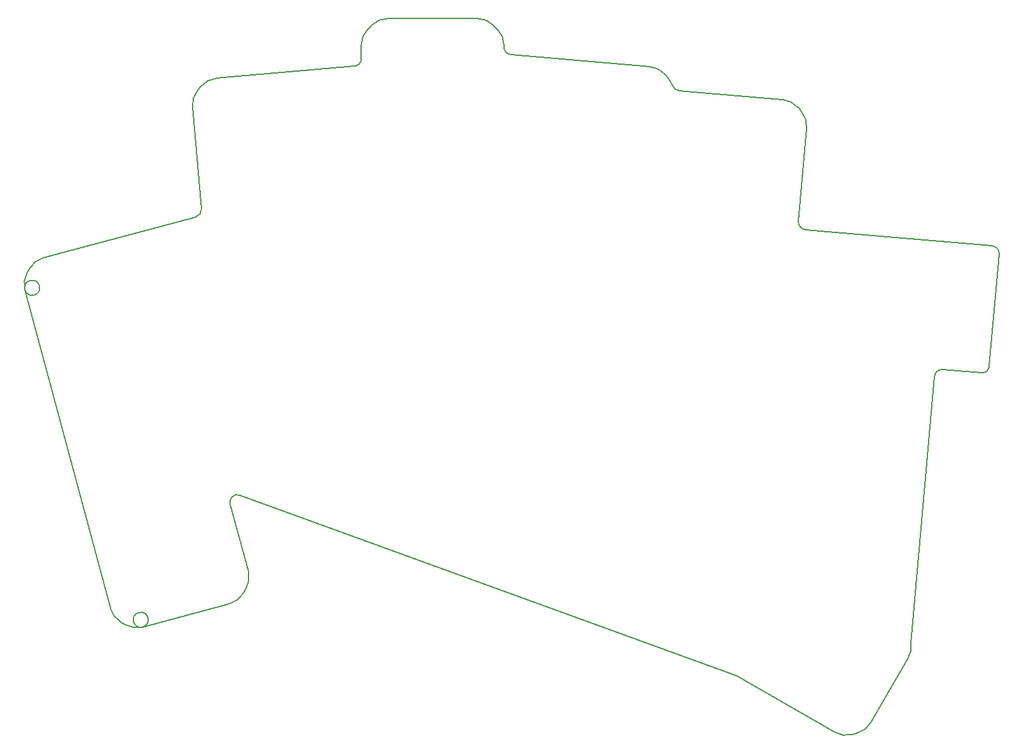
<source format=gbr>
%TF.GenerationSoftware,KiCad,Pcbnew,(5.1.10)-1*%
%TF.CreationDate,2021-07-08T00:04:35+02:00*%
%TF.ProjectId,architeuthis_dux,61726368-6974-4657-9574-6869735f6475,VERSION_HERE*%
%TF.SameCoordinates,Original*%
%TF.FileFunction,Profile,NP*%
%FSLAX46Y46*%
G04 Gerber Fmt 4.6, Leading zero omitted, Abs format (unit mm)*
G04 Created by KiCad (PCBNEW (5.1.10)-1) date 2021-07-08 00:04:35*
%MOMM*%
%LPD*%
G01*
G04 APERTURE LIST*
%TA.AperFunction,Profile*%
%ADD10C,0.150000*%
%TD*%
G04 APERTURE END LIST*
D10*
X7329890Y-10516604D02*
X6718859Y-10163826D01*
X6718188Y-10163438D02*
G75*
G02*
X5320411Y-8341818I1500002J2598076D01*
G01*
X-6067627Y34158917D02*
X5320411Y-8341818D01*
X21261480Y5575660D02*
X23673002Y-3424257D01*
X23673001Y-3424256D02*
G75*
G02*
X23373300Y-5700714I-2897778J-776458D01*
G01*
X23372915Y-5701385D02*
X23020135Y-6312416D01*
X23019747Y-6313087D02*
G75*
G02*
X21198128Y-7710864I-2598076J1500000D01*
G01*
X21198128Y-7710864D02*
X9607018Y-10816693D01*
X9607018Y-10816691D02*
G75*
G02*
X7330562Y-10516991I-776458J2897776D01*
G01*
X-6067628Y34158917D02*
G75*
G02*
X-5767925Y36435375I2897779J776456D01*
G01*
X-5767538Y36436044D02*
X-5414759Y37047074D01*
X-5414368Y37047747D02*
G75*
G02*
X-3592751Y38445522I2598072J-1499999D01*
G01*
X-3592751Y38445522D02*
X16699654Y43882860D01*
X16244705Y58564257D02*
X17437028Y44935938D01*
X16244706Y58564258D02*
G75*
G02*
X16935156Y60754088I2988584J261468D01*
G01*
X16935652Y60754681D02*
X17389176Y61295170D01*
X17389677Y61295764D02*
G75*
G02*
X19426343Y62355983I2298131J-1928364D01*
G01*
X19426343Y62355983D02*
X37814054Y63964699D01*
X38726898Y64960895D02*
X38726897Y66819240D01*
X38726898Y66819243D02*
G75*
G02*
X39605580Y68940562I3000000J-3D01*
G01*
X39606126Y68941109D02*
X40105030Y69440013D01*
X40105578Y69440560D02*
G75*
G02*
X42226898Y70319240I2121320J-2121320D01*
G01*
X42226898Y70319240D02*
X54226900Y70319240D01*
X54226899Y70319240D02*
G75*
G02*
X56348220Y69440560I0J-3000001D01*
G01*
X56348767Y69440013D02*
X56847674Y68941108D01*
X56848218Y68940560D02*
G75*
G02*
X57726898Y66819240I-2121320J-2121321D01*
G01*
X57726898Y66819240D02*
X57726899Y66522342D01*
X58639742Y65526146D02*
X77189833Y63903225D01*
X77189833Y63903222D02*
G75*
G02*
X79226499Y62843002I-261466J-2988583D01*
G01*
X79226999Y62842411D02*
X79680522Y62301921D01*
X79681019Y62301328D02*
G75*
G02*
X80208631Y61380519I-2298133J-1928363D01*
G01*
X111971633Y-12977030D02*
X115085092Y22609968D01*
X97875625Y42184357D02*
X122780492Y40005465D01*
X122382196Y23979194D02*
X123689532Y38922114D01*
X121298845Y23070154D02*
X116168442Y23519007D01*
X81063390Y60720175D02*
X94874397Y59511869D01*
X94874396Y59511870D02*
G75*
G02*
X96911062Y58451648I-261468J-2988584D01*
G01*
X96911559Y58451053D02*
X97365084Y57910567D01*
X97365583Y57909972D02*
G75*
G02*
X98056033Y55720142I-2298133J-1928362D01*
G01*
X96966587Y43267710D02*
X98056033Y55720142D01*
X22569427Y6774171D02*
X88651435Y-17277713D01*
X111971573Y-13150650D02*
G75*
G02*
X111580883Y-14910038I-2988764J-259387D01*
G01*
X111580884Y-14910038D02*
X106580885Y-23570291D01*
X106580884Y-23570292D02*
G75*
G02*
X104759265Y-24968070I-2598076J1500000D01*
G01*
X104758516Y-24968269D02*
X104077001Y-25150882D01*
X104076254Y-25151083D02*
G75*
G02*
X101799795Y-24851382I-776458J2897779D01*
G01*
X88809414Y-17351380D02*
X101799795Y-24851382D01*
X-6067627Y34158917D02*
G75*
G02*
X-6067627Y34158917I965928J258819D01*
G01*
X17437027Y44935941D02*
G75*
G02*
X16699654Y43882860I-996193J-87157D01*
G01*
X38726898Y64960892D02*
G75*
G02*
X37814054Y63964699I-999999J1D01*
G01*
X58639743Y65526145D02*
G75*
G02*
X57726899Y66522342I87157J996196D01*
G01*
X81063389Y60720176D02*
G75*
G02*
X80208631Y61380519I87156J996194D01*
G01*
X97875623Y42184360D02*
G75*
G02*
X96966587Y43267710I87157J996193D01*
G01*
X122780494Y40005464D02*
G75*
G02*
X123689532Y38922114I-87156J-996194D01*
G01*
X122382195Y23979194D02*
G75*
G02*
X121298845Y23070154I-996195J87155D01*
G01*
X115085091Y22609968D02*
G75*
G02*
X116168442Y23519007I996195J-87156D01*
G01*
X111971573Y-13150649D02*
G75*
G02*
X111971633Y-12977030I996254J86464D01*
G01*
X88651434Y-17277713D02*
G75*
G02*
X88809414Y-17351380I-342021J-939693D01*
G01*
X21261481Y5575659D02*
G75*
G02*
X22569427Y6774171I965926J258819D01*
G01*
X9607018Y-10816693D02*
G75*
G02*
X9607018Y-10816693I-258819J965926D01*
G01*
M02*

</source>
